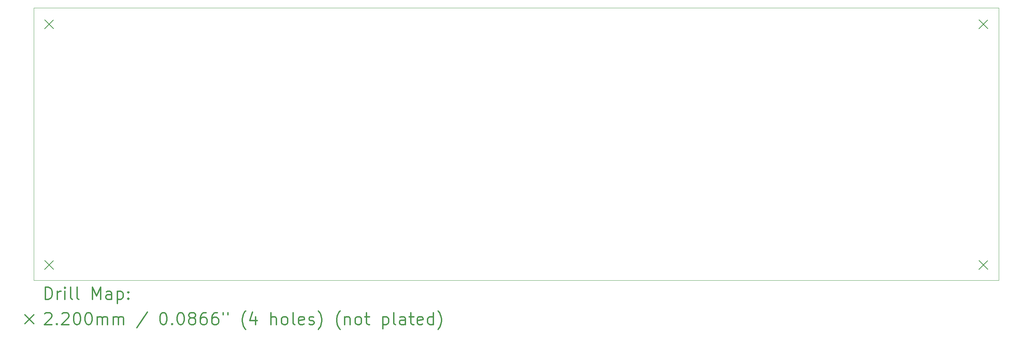
<source format=gbr>
%FSLAX45Y45*%
G04 Gerber Fmt 4.5, Leading zero omitted, Abs format (unit mm)*
G04 Created by KiCad (PCBNEW (5.1.10)-1) date 2023-12-13 16:59:55*
%MOMM*%
%LPD*%
G01*
G04 APERTURE LIST*
%TA.AperFunction,Profile*%
%ADD10C,0.050000*%
%TD*%
%ADD11C,0.200000*%
%ADD12C,0.300000*%
G04 APERTURE END LIST*
D10*
X25146000Y-1244600D02*
X1206500Y-1244600D01*
X25146000Y-8001000D02*
X25146000Y-1244600D01*
X1206500Y-8001000D02*
X25146000Y-8001000D01*
X1206500Y-1244600D02*
X1206500Y-8001000D01*
D11*
X1477500Y-1541000D02*
X1697500Y-1761000D01*
X1697500Y-1541000D02*
X1477500Y-1761000D01*
X1477500Y-7510000D02*
X1697500Y-7730000D01*
X1697500Y-7510000D02*
X1477500Y-7730000D01*
X24655000Y-1541000D02*
X24875000Y-1761000D01*
X24875000Y-1541000D02*
X24655000Y-1761000D01*
X24655000Y-7510000D02*
X24875000Y-7730000D01*
X24875000Y-7510000D02*
X24655000Y-7730000D01*
D12*
X1490428Y-8469214D02*
X1490428Y-8169214D01*
X1561857Y-8169214D01*
X1604714Y-8183500D01*
X1633286Y-8212071D01*
X1647571Y-8240643D01*
X1661857Y-8297786D01*
X1661857Y-8340643D01*
X1647571Y-8397786D01*
X1633286Y-8426357D01*
X1604714Y-8454929D01*
X1561857Y-8469214D01*
X1490428Y-8469214D01*
X1790428Y-8469214D02*
X1790428Y-8269214D01*
X1790428Y-8326357D02*
X1804714Y-8297786D01*
X1819000Y-8283500D01*
X1847571Y-8269214D01*
X1876143Y-8269214D01*
X1976143Y-8469214D02*
X1976143Y-8269214D01*
X1976143Y-8169214D02*
X1961857Y-8183500D01*
X1976143Y-8197786D01*
X1990428Y-8183500D01*
X1976143Y-8169214D01*
X1976143Y-8197786D01*
X2161857Y-8469214D02*
X2133286Y-8454929D01*
X2119000Y-8426357D01*
X2119000Y-8169214D01*
X2319000Y-8469214D02*
X2290428Y-8454929D01*
X2276143Y-8426357D01*
X2276143Y-8169214D01*
X2661857Y-8469214D02*
X2661857Y-8169214D01*
X2761857Y-8383500D01*
X2861857Y-8169214D01*
X2861857Y-8469214D01*
X3133286Y-8469214D02*
X3133286Y-8312071D01*
X3119000Y-8283500D01*
X3090428Y-8269214D01*
X3033286Y-8269214D01*
X3004714Y-8283500D01*
X3133286Y-8454929D02*
X3104714Y-8469214D01*
X3033286Y-8469214D01*
X3004714Y-8454929D01*
X2990428Y-8426357D01*
X2990428Y-8397786D01*
X3004714Y-8369214D01*
X3033286Y-8354929D01*
X3104714Y-8354929D01*
X3133286Y-8340643D01*
X3276143Y-8269214D02*
X3276143Y-8569214D01*
X3276143Y-8283500D02*
X3304714Y-8269214D01*
X3361857Y-8269214D01*
X3390428Y-8283500D01*
X3404714Y-8297786D01*
X3419000Y-8326357D01*
X3419000Y-8412072D01*
X3404714Y-8440643D01*
X3390428Y-8454929D01*
X3361857Y-8469214D01*
X3304714Y-8469214D01*
X3276143Y-8454929D01*
X3547571Y-8440643D02*
X3561857Y-8454929D01*
X3547571Y-8469214D01*
X3533286Y-8454929D01*
X3547571Y-8440643D01*
X3547571Y-8469214D01*
X3547571Y-8283500D02*
X3561857Y-8297786D01*
X3547571Y-8312071D01*
X3533286Y-8297786D01*
X3547571Y-8283500D01*
X3547571Y-8312071D01*
X984000Y-8853500D02*
X1204000Y-9073500D01*
X1204000Y-8853500D02*
X984000Y-9073500D01*
X1476143Y-8827786D02*
X1490428Y-8813500D01*
X1519000Y-8799214D01*
X1590428Y-8799214D01*
X1619000Y-8813500D01*
X1633286Y-8827786D01*
X1647571Y-8856357D01*
X1647571Y-8884929D01*
X1633286Y-8927786D01*
X1461857Y-9099214D01*
X1647571Y-9099214D01*
X1776143Y-9070643D02*
X1790428Y-9084929D01*
X1776143Y-9099214D01*
X1761857Y-9084929D01*
X1776143Y-9070643D01*
X1776143Y-9099214D01*
X1904714Y-8827786D02*
X1919000Y-8813500D01*
X1947571Y-8799214D01*
X2019000Y-8799214D01*
X2047571Y-8813500D01*
X2061857Y-8827786D01*
X2076143Y-8856357D01*
X2076143Y-8884929D01*
X2061857Y-8927786D01*
X1890428Y-9099214D01*
X2076143Y-9099214D01*
X2261857Y-8799214D02*
X2290428Y-8799214D01*
X2319000Y-8813500D01*
X2333286Y-8827786D01*
X2347571Y-8856357D01*
X2361857Y-8913500D01*
X2361857Y-8984929D01*
X2347571Y-9042072D01*
X2333286Y-9070643D01*
X2319000Y-9084929D01*
X2290428Y-9099214D01*
X2261857Y-9099214D01*
X2233286Y-9084929D01*
X2219000Y-9070643D01*
X2204714Y-9042072D01*
X2190428Y-8984929D01*
X2190428Y-8913500D01*
X2204714Y-8856357D01*
X2219000Y-8827786D01*
X2233286Y-8813500D01*
X2261857Y-8799214D01*
X2547571Y-8799214D02*
X2576143Y-8799214D01*
X2604714Y-8813500D01*
X2619000Y-8827786D01*
X2633286Y-8856357D01*
X2647571Y-8913500D01*
X2647571Y-8984929D01*
X2633286Y-9042072D01*
X2619000Y-9070643D01*
X2604714Y-9084929D01*
X2576143Y-9099214D01*
X2547571Y-9099214D01*
X2519000Y-9084929D01*
X2504714Y-9070643D01*
X2490428Y-9042072D01*
X2476143Y-8984929D01*
X2476143Y-8913500D01*
X2490428Y-8856357D01*
X2504714Y-8827786D01*
X2519000Y-8813500D01*
X2547571Y-8799214D01*
X2776143Y-9099214D02*
X2776143Y-8899214D01*
X2776143Y-8927786D02*
X2790428Y-8913500D01*
X2819000Y-8899214D01*
X2861857Y-8899214D01*
X2890428Y-8913500D01*
X2904714Y-8942072D01*
X2904714Y-9099214D01*
X2904714Y-8942072D02*
X2919000Y-8913500D01*
X2947571Y-8899214D01*
X2990428Y-8899214D01*
X3019000Y-8913500D01*
X3033286Y-8942072D01*
X3033286Y-9099214D01*
X3176143Y-9099214D02*
X3176143Y-8899214D01*
X3176143Y-8927786D02*
X3190428Y-8913500D01*
X3219000Y-8899214D01*
X3261857Y-8899214D01*
X3290428Y-8913500D01*
X3304714Y-8942072D01*
X3304714Y-9099214D01*
X3304714Y-8942072D02*
X3319000Y-8913500D01*
X3347571Y-8899214D01*
X3390428Y-8899214D01*
X3419000Y-8913500D01*
X3433286Y-8942072D01*
X3433286Y-9099214D01*
X4019000Y-8784929D02*
X3761857Y-9170643D01*
X4404714Y-8799214D02*
X4433286Y-8799214D01*
X4461857Y-8813500D01*
X4476143Y-8827786D01*
X4490428Y-8856357D01*
X4504714Y-8913500D01*
X4504714Y-8984929D01*
X4490428Y-9042072D01*
X4476143Y-9070643D01*
X4461857Y-9084929D01*
X4433286Y-9099214D01*
X4404714Y-9099214D01*
X4376143Y-9084929D01*
X4361857Y-9070643D01*
X4347571Y-9042072D01*
X4333286Y-8984929D01*
X4333286Y-8913500D01*
X4347571Y-8856357D01*
X4361857Y-8827786D01*
X4376143Y-8813500D01*
X4404714Y-8799214D01*
X4633286Y-9070643D02*
X4647571Y-9084929D01*
X4633286Y-9099214D01*
X4619000Y-9084929D01*
X4633286Y-9070643D01*
X4633286Y-9099214D01*
X4833286Y-8799214D02*
X4861857Y-8799214D01*
X4890428Y-8813500D01*
X4904714Y-8827786D01*
X4919000Y-8856357D01*
X4933286Y-8913500D01*
X4933286Y-8984929D01*
X4919000Y-9042072D01*
X4904714Y-9070643D01*
X4890428Y-9084929D01*
X4861857Y-9099214D01*
X4833286Y-9099214D01*
X4804714Y-9084929D01*
X4790428Y-9070643D01*
X4776143Y-9042072D01*
X4761857Y-8984929D01*
X4761857Y-8913500D01*
X4776143Y-8856357D01*
X4790428Y-8827786D01*
X4804714Y-8813500D01*
X4833286Y-8799214D01*
X5104714Y-8927786D02*
X5076143Y-8913500D01*
X5061857Y-8899214D01*
X5047571Y-8870643D01*
X5047571Y-8856357D01*
X5061857Y-8827786D01*
X5076143Y-8813500D01*
X5104714Y-8799214D01*
X5161857Y-8799214D01*
X5190428Y-8813500D01*
X5204714Y-8827786D01*
X5219000Y-8856357D01*
X5219000Y-8870643D01*
X5204714Y-8899214D01*
X5190428Y-8913500D01*
X5161857Y-8927786D01*
X5104714Y-8927786D01*
X5076143Y-8942072D01*
X5061857Y-8956357D01*
X5047571Y-8984929D01*
X5047571Y-9042072D01*
X5061857Y-9070643D01*
X5076143Y-9084929D01*
X5104714Y-9099214D01*
X5161857Y-9099214D01*
X5190428Y-9084929D01*
X5204714Y-9070643D01*
X5219000Y-9042072D01*
X5219000Y-8984929D01*
X5204714Y-8956357D01*
X5190428Y-8942072D01*
X5161857Y-8927786D01*
X5476143Y-8799214D02*
X5419000Y-8799214D01*
X5390428Y-8813500D01*
X5376143Y-8827786D01*
X5347571Y-8870643D01*
X5333286Y-8927786D01*
X5333286Y-9042072D01*
X5347571Y-9070643D01*
X5361857Y-9084929D01*
X5390428Y-9099214D01*
X5447571Y-9099214D01*
X5476143Y-9084929D01*
X5490428Y-9070643D01*
X5504714Y-9042072D01*
X5504714Y-8970643D01*
X5490428Y-8942072D01*
X5476143Y-8927786D01*
X5447571Y-8913500D01*
X5390428Y-8913500D01*
X5361857Y-8927786D01*
X5347571Y-8942072D01*
X5333286Y-8970643D01*
X5761857Y-8799214D02*
X5704714Y-8799214D01*
X5676143Y-8813500D01*
X5661857Y-8827786D01*
X5633286Y-8870643D01*
X5619000Y-8927786D01*
X5619000Y-9042072D01*
X5633286Y-9070643D01*
X5647571Y-9084929D01*
X5676143Y-9099214D01*
X5733286Y-9099214D01*
X5761857Y-9084929D01*
X5776143Y-9070643D01*
X5790428Y-9042072D01*
X5790428Y-8970643D01*
X5776143Y-8942072D01*
X5761857Y-8927786D01*
X5733286Y-8913500D01*
X5676143Y-8913500D01*
X5647571Y-8927786D01*
X5633286Y-8942072D01*
X5619000Y-8970643D01*
X5904714Y-8799214D02*
X5904714Y-8856357D01*
X6019000Y-8799214D02*
X6019000Y-8856357D01*
X6461857Y-9213500D02*
X6447571Y-9199214D01*
X6419000Y-9156357D01*
X6404714Y-9127786D01*
X6390428Y-9084929D01*
X6376143Y-9013500D01*
X6376143Y-8956357D01*
X6390428Y-8884929D01*
X6404714Y-8842072D01*
X6419000Y-8813500D01*
X6447571Y-8770643D01*
X6461857Y-8756357D01*
X6704714Y-8899214D02*
X6704714Y-9099214D01*
X6633286Y-8784929D02*
X6561857Y-8999214D01*
X6747571Y-8999214D01*
X7090428Y-9099214D02*
X7090428Y-8799214D01*
X7219000Y-9099214D02*
X7219000Y-8942072D01*
X7204714Y-8913500D01*
X7176143Y-8899214D01*
X7133286Y-8899214D01*
X7104714Y-8913500D01*
X7090428Y-8927786D01*
X7404714Y-9099214D02*
X7376143Y-9084929D01*
X7361857Y-9070643D01*
X7347571Y-9042072D01*
X7347571Y-8956357D01*
X7361857Y-8927786D01*
X7376143Y-8913500D01*
X7404714Y-8899214D01*
X7447571Y-8899214D01*
X7476143Y-8913500D01*
X7490428Y-8927786D01*
X7504714Y-8956357D01*
X7504714Y-9042072D01*
X7490428Y-9070643D01*
X7476143Y-9084929D01*
X7447571Y-9099214D01*
X7404714Y-9099214D01*
X7676143Y-9099214D02*
X7647571Y-9084929D01*
X7633286Y-9056357D01*
X7633286Y-8799214D01*
X7904714Y-9084929D02*
X7876143Y-9099214D01*
X7819000Y-9099214D01*
X7790428Y-9084929D01*
X7776143Y-9056357D01*
X7776143Y-8942072D01*
X7790428Y-8913500D01*
X7819000Y-8899214D01*
X7876143Y-8899214D01*
X7904714Y-8913500D01*
X7919000Y-8942072D01*
X7919000Y-8970643D01*
X7776143Y-8999214D01*
X8033286Y-9084929D02*
X8061857Y-9099214D01*
X8119000Y-9099214D01*
X8147571Y-9084929D01*
X8161857Y-9056357D01*
X8161857Y-9042072D01*
X8147571Y-9013500D01*
X8119000Y-8999214D01*
X8076143Y-8999214D01*
X8047571Y-8984929D01*
X8033286Y-8956357D01*
X8033286Y-8942072D01*
X8047571Y-8913500D01*
X8076143Y-8899214D01*
X8119000Y-8899214D01*
X8147571Y-8913500D01*
X8261857Y-9213500D02*
X8276143Y-9199214D01*
X8304714Y-9156357D01*
X8319000Y-9127786D01*
X8333286Y-9084929D01*
X8347571Y-9013500D01*
X8347571Y-8956357D01*
X8333286Y-8884929D01*
X8319000Y-8842072D01*
X8304714Y-8813500D01*
X8276143Y-8770643D01*
X8261857Y-8756357D01*
X8804714Y-9213500D02*
X8790428Y-9199214D01*
X8761857Y-9156357D01*
X8747571Y-9127786D01*
X8733286Y-9084929D01*
X8719000Y-9013500D01*
X8719000Y-8956357D01*
X8733286Y-8884929D01*
X8747571Y-8842072D01*
X8761857Y-8813500D01*
X8790428Y-8770643D01*
X8804714Y-8756357D01*
X8919000Y-8899214D02*
X8919000Y-9099214D01*
X8919000Y-8927786D02*
X8933286Y-8913500D01*
X8961857Y-8899214D01*
X9004714Y-8899214D01*
X9033286Y-8913500D01*
X9047571Y-8942072D01*
X9047571Y-9099214D01*
X9233286Y-9099214D02*
X9204714Y-9084929D01*
X9190428Y-9070643D01*
X9176143Y-9042072D01*
X9176143Y-8956357D01*
X9190428Y-8927786D01*
X9204714Y-8913500D01*
X9233286Y-8899214D01*
X9276143Y-8899214D01*
X9304714Y-8913500D01*
X9319000Y-8927786D01*
X9333286Y-8956357D01*
X9333286Y-9042072D01*
X9319000Y-9070643D01*
X9304714Y-9084929D01*
X9276143Y-9099214D01*
X9233286Y-9099214D01*
X9419000Y-8899214D02*
X9533286Y-8899214D01*
X9461857Y-8799214D02*
X9461857Y-9056357D01*
X9476143Y-9084929D01*
X9504714Y-9099214D01*
X9533286Y-9099214D01*
X9861857Y-8899214D02*
X9861857Y-9199214D01*
X9861857Y-8913500D02*
X9890428Y-8899214D01*
X9947571Y-8899214D01*
X9976143Y-8913500D01*
X9990428Y-8927786D01*
X10004714Y-8956357D01*
X10004714Y-9042072D01*
X9990428Y-9070643D01*
X9976143Y-9084929D01*
X9947571Y-9099214D01*
X9890428Y-9099214D01*
X9861857Y-9084929D01*
X10176143Y-9099214D02*
X10147571Y-9084929D01*
X10133286Y-9056357D01*
X10133286Y-8799214D01*
X10419000Y-9099214D02*
X10419000Y-8942072D01*
X10404714Y-8913500D01*
X10376143Y-8899214D01*
X10319000Y-8899214D01*
X10290428Y-8913500D01*
X10419000Y-9084929D02*
X10390428Y-9099214D01*
X10319000Y-9099214D01*
X10290428Y-9084929D01*
X10276143Y-9056357D01*
X10276143Y-9027786D01*
X10290428Y-8999214D01*
X10319000Y-8984929D01*
X10390428Y-8984929D01*
X10419000Y-8970643D01*
X10519000Y-8899214D02*
X10633286Y-8899214D01*
X10561857Y-8799214D02*
X10561857Y-9056357D01*
X10576143Y-9084929D01*
X10604714Y-9099214D01*
X10633286Y-9099214D01*
X10847571Y-9084929D02*
X10819000Y-9099214D01*
X10761857Y-9099214D01*
X10733286Y-9084929D01*
X10719000Y-9056357D01*
X10719000Y-8942072D01*
X10733286Y-8913500D01*
X10761857Y-8899214D01*
X10819000Y-8899214D01*
X10847571Y-8913500D01*
X10861857Y-8942072D01*
X10861857Y-8970643D01*
X10719000Y-8999214D01*
X11119000Y-9099214D02*
X11119000Y-8799214D01*
X11119000Y-9084929D02*
X11090428Y-9099214D01*
X11033286Y-9099214D01*
X11004714Y-9084929D01*
X10990428Y-9070643D01*
X10976143Y-9042072D01*
X10976143Y-8956357D01*
X10990428Y-8927786D01*
X11004714Y-8913500D01*
X11033286Y-8899214D01*
X11090428Y-8899214D01*
X11119000Y-8913500D01*
X11233286Y-9213500D02*
X11247571Y-9199214D01*
X11276143Y-9156357D01*
X11290428Y-9127786D01*
X11304714Y-9084929D01*
X11319000Y-9013500D01*
X11319000Y-8956357D01*
X11304714Y-8884929D01*
X11290428Y-8842072D01*
X11276143Y-8813500D01*
X11247571Y-8770643D01*
X11233286Y-8756357D01*
M02*

</source>
